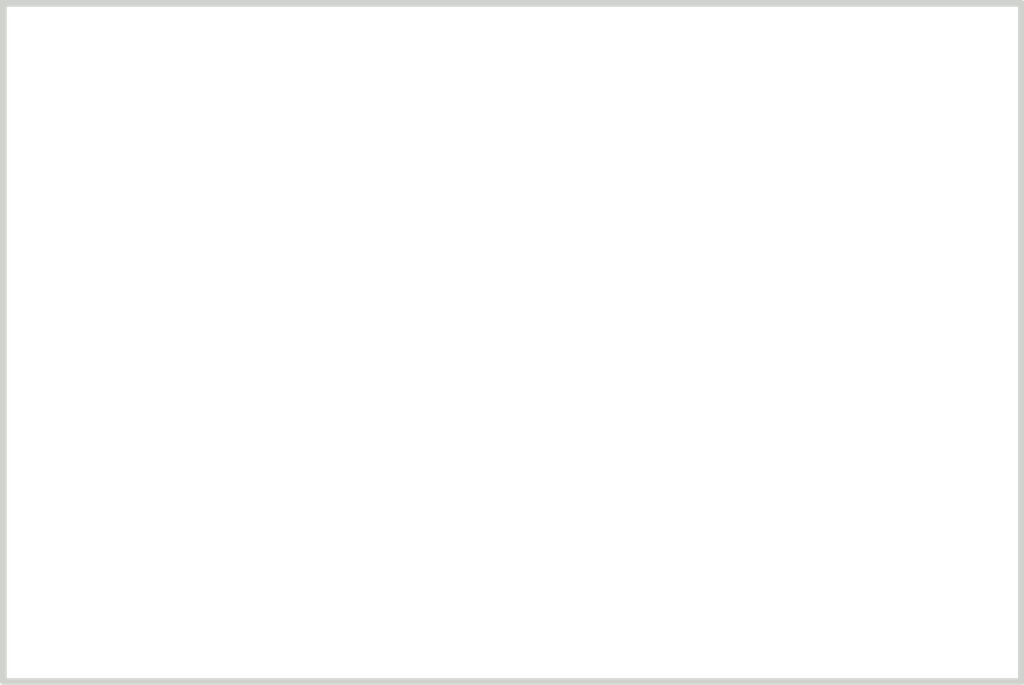
<source format=kicad_pcb>
(kicad_pcb (version 20221018) (generator pcbnew)

  (general
    (thickness 1.6)
  )

  (paper "A4")
  (layers
    (0 "F.Cu" signal)
    (31 "B.Cu" signal)
    (32 "B.Adhes" user "B.Adhesive")
    (33 "F.Adhes" user "F.Adhesive")
    (34 "B.Paste" user)
    (35 "F.Paste" user)
    (36 "B.SilkS" user "B.Silkscreen")
    (37 "F.SilkS" user "F.Silkscreen")
    (38 "B.Mask" user)
    (39 "F.Mask" user)
    (40 "Dwgs.User" user "User.Drawings")
    (41 "Cmts.User" user "User.Comments")
    (42 "Eco1.User" user "User.Eco1")
    (43 "Eco2.User" user "User.Eco2")
    (44 "Edge.Cuts" user)
    (45 "Margin" user)
    (46 "B.CrtYd" user "B.Courtyard")
    (47 "F.CrtYd" user "F.Courtyard")
    (48 "B.Fab" user)
    (49 "F.Fab" user)
    (50 "User.1" user)
    (51 "User.2" user)
    (52 "User.3" user)
    (53 "User.4" user)
    (54 "User.5" user)
    (55 "User.6" user)
    (56 "User.7" user)
    (57 "User.8" user)
    (58 "User.9" user)
  )

  (setup
    (pad_to_mask_clearance 0)
    (pcbplotparams
      (layerselection 0x00010fc_ffffffff)
      (plot_on_all_layers_selection 0x0000000_00000000)
      (disableapertmacros false)
      (usegerberextensions false)
      (usegerberattributes true)
      (usegerberadvancedattributes true)
      (creategerberjobfile true)
      (dashed_line_dash_ratio 12.000000)
      (dashed_line_gap_ratio 3.000000)
      (svgprecision 4)
      (plotframeref false)
      (viasonmask false)
      (mode 1)
      (useauxorigin false)
      (hpglpennumber 1)
      (hpglpenspeed 20)
      (hpglpendiameter 15.000000)
      (dxfpolygonmode true)
      (dxfimperialunits true)
      (dxfusepcbnewfont true)
      (psnegative false)
      (psa4output false)
      (plotreference true)
      (plotvalue true)
      (plotinvisibletext false)
      (sketchpadsonfab false)
      (subtractmaskfromsilk false)
      (outputformat 1)
      (mirror false)
      (drillshape 1)
      (scaleselection 1)
      (outputdirectory "")
    )
  )

  (net 0 "")

  (gr_rect (start 100 100) (end 130 120)
    (stroke (width 0.2) (type default)) (fill none) (layer "Edge.Cuts") (tstamp 52bc35b0-9efd-45a9-ad94-32856ef24195))

)

</source>
